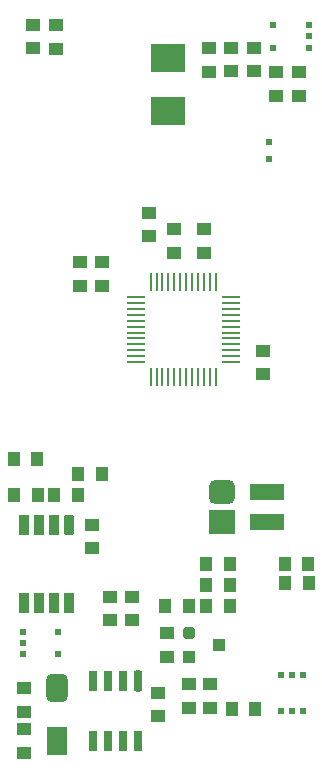
<source format=gtp>
G04*
G04 #@! TF.GenerationSoftware,Altium Limited,Altium Designer,19.1.5 (86)*
G04*
G04 Layer_Color=8421504*
%FSLAX44Y44*%
%MOMM*%
G71*
G01*
G75*
%ADD19R,1.3000X1.0000*%
%ADD20R,0.6000X0.6000*%
%ADD21R,3.0000X2.4000*%
%ADD22R,0.5000X0.5000*%
%ADD23R,3.0000X1.4000*%
%ADD24R,1.0000X1.3000*%
%ADD25O,0.2500X1.5500*%
%ADD26O,1.5500X0.2500*%
%ADD27R,0.9000X1.7000*%
G04:AMPARAMS|DCode=28|XSize=0.9mm|YSize=1.7mm|CornerRadius=0.225mm|HoleSize=0mm|Usage=FLASHONLY|Rotation=180.000|XOffset=0mm|YOffset=0mm|HoleType=Round|Shape=RoundedRectangle|*
%AMROUNDEDRECTD28*
21,1,0.9000,1.2500,0,0,180.0*
21,1,0.4500,1.7000,0,0,180.0*
1,1,0.4500,-0.2250,0.6250*
1,1,0.4500,0.2250,0.6250*
1,1,0.4500,0.2250,-0.6250*
1,1,0.4500,-0.2250,-0.6250*
%
%ADD28ROUNDEDRECTD28*%
%ADD29R,1.8000X2.4000*%
G04:AMPARAMS|DCode=30|XSize=1.8mm|YSize=2.4mm|CornerRadius=0.45mm|HoleSize=0mm|Usage=FLASHONLY|Rotation=180.000|XOffset=0mm|YOffset=0mm|HoleType=Round|Shape=RoundedRectangle|*
%AMROUNDEDRECTD30*
21,1,1.8000,1.5000,0,0,180.0*
21,1,0.9000,2.4000,0,0,180.0*
1,1,0.9000,-0.4500,0.7500*
1,1,0.9000,0.4500,0.7500*
1,1,0.9000,0.4500,-0.7500*
1,1,0.9000,-0.4500,-0.7500*
%
%ADD30ROUNDEDRECTD30*%
%ADD31R,0.7300X1.7800*%
G04:AMPARAMS|DCode=32|XSize=0.73mm|YSize=1.78mm|CornerRadius=0.1825mm|HoleSize=0mm|Usage=FLASHONLY|Rotation=180.000|XOffset=0mm|YOffset=0mm|HoleType=Round|Shape=RoundedRectangle|*
%AMROUNDEDRECTD32*
21,1,0.7300,1.4150,0,0,180.0*
21,1,0.3650,1.7800,0,0,180.0*
1,1,0.3650,-0.1825,0.7075*
1,1,0.3650,0.1825,0.7075*
1,1,0.3650,0.1825,-0.7075*
1,1,0.3650,-0.1825,-0.7075*
%
%ADD32ROUNDEDRECTD32*%
%ADD33R,1.0000X1.0000*%
G04:AMPARAMS|DCode=34|XSize=1mm|YSize=1mm|CornerRadius=0.25mm|HoleSize=0mm|Usage=FLASHONLY|Rotation=0.000|XOffset=0mm|YOffset=0mm|HoleType=Round|Shape=RoundedRectangle|*
%AMROUNDEDRECTD34*
21,1,1.0000,0.5000,0,0,0.0*
21,1,0.5000,1.0000,0,0,0.0*
1,1,0.5000,0.2500,-0.2500*
1,1,0.5000,-0.2500,-0.2500*
1,1,0.5000,-0.2500,0.2500*
1,1,0.5000,0.2500,0.2500*
%
%ADD34ROUNDEDRECTD34*%
%ADD35R,0.6000X0.6000*%
G04:AMPARAMS|DCode=36|XSize=2mm|YSize=2.2mm|CornerRadius=0.5mm|HoleSize=0mm|Usage=FLASHONLY|Rotation=270.000|XOffset=0mm|YOffset=0mm|HoleType=Round|Shape=RoundedRectangle|*
%AMROUNDEDRECTD36*
21,1,2.0000,1.2000,0,0,270.0*
21,1,1.0000,2.2000,0,0,270.0*
1,1,1.0000,-0.6000,-0.5000*
1,1,1.0000,-0.6000,0.5000*
1,1,1.0000,0.6000,0.5000*
1,1,1.0000,0.6000,-0.5000*
%
%ADD36ROUNDEDRECTD36*%
%ADD37R,2.2000X2.0000*%
D19*
X1188720Y895350D02*
D03*
Y875350D02*
D03*
X1169670Y895825D02*
D03*
Y875825D02*
D03*
X1356360Y876300D02*
D03*
Y856300D02*
D03*
X1337275D02*
D03*
Y876300D02*
D03*
X1318260Y875980D02*
D03*
Y855980D02*
D03*
X1375410Y835660D02*
D03*
Y855660D02*
D03*
X1394460Y835660D02*
D03*
Y855660D02*
D03*
X1289050Y702310D02*
D03*
Y722310D02*
D03*
X1314450Y722310D02*
D03*
Y702310D02*
D03*
X1363980Y599760D02*
D03*
Y619760D02*
D03*
X1267460Y736600D02*
D03*
Y716600D02*
D03*
X1209040Y674370D02*
D03*
Y694370D02*
D03*
X1228090Y674370D02*
D03*
Y694370D02*
D03*
X1219200Y472440D02*
D03*
Y452440D02*
D03*
X1253490Y391480D02*
D03*
Y411480D02*
D03*
X1234440D02*
D03*
Y391480D02*
D03*
X1275080Y310200D02*
D03*
Y330200D02*
D03*
X1162050Y314010D02*
D03*
Y334010D02*
D03*
Y279400D02*
D03*
Y299400D02*
D03*
X1282700Y380730D02*
D03*
Y360730D02*
D03*
X1319530Y317230D02*
D03*
Y337230D02*
D03*
X1301750Y317230D02*
D03*
Y337230D02*
D03*
D20*
X1372870Y895300D02*
D03*
Y876300D02*
D03*
X1402870Y885800D02*
D03*
Y876300D02*
D03*
Y895300D02*
D03*
X1160780Y362610D02*
D03*
Y381610D02*
D03*
Y372110D02*
D03*
X1190780Y381610D02*
D03*
Y362610D02*
D03*
D21*
X1283970Y867410D02*
D03*
X1283971Y822409D02*
D03*
D22*
X1369060Y796290D02*
D03*
Y782290D02*
D03*
D23*
X1367790Y474980D02*
D03*
Y500230D02*
D03*
D24*
X1173160Y528320D02*
D03*
X1153160D02*
D03*
X1153480Y497840D02*
D03*
X1173480D02*
D03*
X1207770D02*
D03*
X1187770D02*
D03*
X1227770Y515620D02*
D03*
X1207770D02*
D03*
X1382776Y439420D02*
D03*
X1402776D02*
D03*
X1336040D02*
D03*
X1316040D02*
D03*
X1403030Y422656D02*
D03*
X1383030D02*
D03*
X1316040Y421640D02*
D03*
X1336040D02*
D03*
Y403590D02*
D03*
X1316040D02*
D03*
X1301430D02*
D03*
X1281430D02*
D03*
X1337818Y316548D02*
D03*
X1357818D02*
D03*
D25*
X1269170Y677790D02*
D03*
X1274170D02*
D03*
X1279170D02*
D03*
X1284170D02*
D03*
X1289170D02*
D03*
X1294170D02*
D03*
X1299170D02*
D03*
X1304170D02*
D03*
X1309170D02*
D03*
X1314170D02*
D03*
X1319170D02*
D03*
X1324170D02*
D03*
Y597290D02*
D03*
X1319170Y597290D02*
D03*
X1314170D02*
D03*
X1309170D02*
D03*
X1304170D02*
D03*
X1299170D02*
D03*
X1294170Y597290D02*
D03*
X1289170D02*
D03*
X1284170D02*
D03*
X1279170Y597290D02*
D03*
X1274170D02*
D03*
X1269170D02*
D03*
D26*
X1336920Y665040D02*
D03*
Y660040D02*
D03*
Y655040D02*
D03*
Y650040D02*
D03*
Y645040D02*
D03*
Y640040D02*
D03*
Y635040D02*
D03*
Y630040D02*
D03*
Y625040D02*
D03*
Y620040D02*
D03*
X1336920Y615040D02*
D03*
X1336920Y610040D02*
D03*
X1256420D02*
D03*
X1256420Y615040D02*
D03*
Y620040D02*
D03*
Y625040D02*
D03*
X1256420Y630040D02*
D03*
Y635040D02*
D03*
X1256420Y640040D02*
D03*
Y645040D02*
D03*
Y650040D02*
D03*
Y655040D02*
D03*
Y660040D02*
D03*
X1256420Y665040D02*
D03*
D27*
X1200150Y406400D02*
D03*
X1174750D02*
D03*
Y472440D02*
D03*
X1187450Y406400D02*
D03*
Y472440D02*
D03*
X1162050D02*
D03*
Y406400D02*
D03*
D28*
X1200150Y472440D02*
D03*
D29*
X1189991Y289009D02*
D03*
D30*
X1189990Y334010D02*
D03*
D31*
X1258570Y289560D02*
D03*
X1245870D02*
D03*
X1220470D02*
D03*
X1233170D02*
D03*
Y340360D02*
D03*
X1220470D02*
D03*
X1245870D02*
D03*
D32*
X1258570D02*
D03*
D33*
X1327150Y370570D02*
D03*
X1301650Y360570D02*
D03*
D34*
Y380570D02*
D03*
D35*
X1398528Y344956D02*
D03*
X1379528D02*
D03*
X1389028Y314956D02*
D03*
X1379528D02*
D03*
X1398528D02*
D03*
X1389028Y344956D02*
D03*
D36*
X1329690Y500380D02*
D03*
D37*
Y474380D02*
D03*
M02*

</source>
